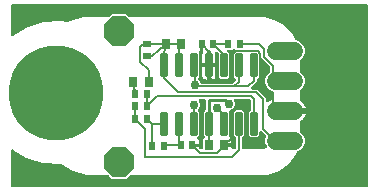
<source format=gbr>
G04 EAGLE Gerber RS-274X export*
G75*
%MOMM*%
%FSLAX34Y34*%
%LPD*%
%INTop Copper*%
%IPPOS*%
%AMOC8*
5,1,8,0,0,1.08239X$1,22.5*%
G01*
%ADD10C,0.300000*%
%ADD11R,0.600000X0.700000*%
%ADD12R,0.700000X0.600000*%
%ADD13R,0.700000X0.900000*%
%ADD14C,1.524000*%
%ADD15P,2.763017X8X112.500000*%
%ADD16C,8.000000*%
%ADD17P,2.763017X8X22.500000*%
%ADD18C,0.152400*%
%ADD19C,0.756400*%
%ADD20C,0.254000*%

G36*
X400168Y175276D02*
X400168Y175276D01*
X400287Y175283D01*
X400325Y175296D01*
X400366Y175301D01*
X400476Y175344D01*
X400589Y175381D01*
X400624Y175403D01*
X400661Y175418D01*
X400757Y175488D01*
X400858Y175551D01*
X400886Y175581D01*
X400919Y175604D01*
X400995Y175696D01*
X401076Y175783D01*
X401096Y175818D01*
X401121Y175849D01*
X401172Y175957D01*
X401230Y176061D01*
X401240Y176101D01*
X401257Y176137D01*
X401279Y176254D01*
X401309Y176369D01*
X401313Y176430D01*
X401317Y176450D01*
X401315Y176470D01*
X401319Y176530D01*
X401319Y328930D01*
X401304Y329048D01*
X401297Y329167D01*
X401284Y329205D01*
X401279Y329246D01*
X401236Y329356D01*
X401199Y329469D01*
X401177Y329504D01*
X401162Y329541D01*
X401093Y329637D01*
X401029Y329738D01*
X400999Y329766D01*
X400976Y329799D01*
X400884Y329875D01*
X400797Y329956D01*
X400762Y329976D01*
X400731Y330001D01*
X400623Y330052D01*
X400519Y330110D01*
X400479Y330120D01*
X400443Y330137D01*
X400326Y330159D01*
X400211Y330189D01*
X400151Y330193D01*
X400131Y330197D01*
X400110Y330195D01*
X400050Y330199D01*
X100330Y330199D01*
X100212Y330184D01*
X100093Y330177D01*
X100055Y330164D01*
X100014Y330159D01*
X99904Y330116D01*
X99791Y330079D01*
X99756Y330057D01*
X99719Y330042D01*
X99623Y329973D01*
X99522Y329909D01*
X99494Y329879D01*
X99461Y329856D01*
X99386Y329764D01*
X99304Y329677D01*
X99284Y329642D01*
X99259Y329611D01*
X99208Y329503D01*
X99150Y329399D01*
X99140Y329359D01*
X99123Y329323D01*
X99101Y329206D01*
X99071Y329091D01*
X99067Y329031D01*
X99063Y329011D01*
X99065Y328990D01*
X99061Y328930D01*
X99061Y304924D01*
X99085Y304734D01*
X99100Y304609D01*
X99101Y304609D01*
X99167Y304441D01*
X99217Y304313D01*
X99218Y304313D01*
X99346Y304136D01*
X99404Y304056D01*
X99538Y303945D01*
X99649Y303853D01*
X99777Y303793D01*
X99937Y303717D01*
X100073Y303691D01*
X100249Y303657D01*
X100249Y303658D01*
X100250Y303657D01*
X100412Y303668D01*
X100566Y303677D01*
X100567Y303677D01*
X100730Y303730D01*
X100869Y303775D01*
X100870Y303776D01*
X101010Y303852D01*
X111531Y310529D01*
X126023Y315238D01*
X141231Y316195D01*
X146798Y315133D01*
X146850Y315129D01*
X146902Y315117D01*
X147008Y315120D01*
X147115Y315113D01*
X147167Y315123D01*
X147220Y315124D01*
X147322Y315152D01*
X147428Y315172D01*
X147475Y315195D01*
X147526Y315209D01*
X147670Y315280D01*
X149409Y316284D01*
X160585Y319279D01*
X166354Y319279D01*
X166355Y319279D01*
X166356Y319279D01*
X180973Y319305D01*
X181070Y319317D01*
X181168Y319320D01*
X181227Y319337D01*
X181288Y319345D01*
X181379Y319381D01*
X181473Y319409D01*
X181526Y319440D01*
X181584Y319463D01*
X181663Y319520D01*
X181747Y319570D01*
X181825Y319638D01*
X181841Y319650D01*
X181848Y319659D01*
X181868Y319677D01*
X184328Y322136D01*
X196164Y322136D01*
X198591Y319710D01*
X198670Y319648D01*
X198743Y319580D01*
X198795Y319551D01*
X198842Y319515D01*
X198934Y319475D01*
X199022Y319427D01*
X199079Y319412D01*
X199134Y319388D01*
X199233Y319373D01*
X199330Y319348D01*
X199427Y319342D01*
X199448Y319339D01*
X199461Y319340D01*
X199491Y319338D01*
X306177Y319528D01*
X306186Y319530D01*
X306195Y319529D01*
X306224Y319533D01*
X308599Y319533D01*
X308600Y319533D01*
X308601Y319533D01*
X310958Y319537D01*
X311024Y319533D01*
X313225Y319533D01*
X322140Y317144D01*
X330133Y312529D01*
X336659Y306003D01*
X339773Y300609D01*
X339837Y300525D01*
X339894Y300436D01*
X339933Y300399D01*
X339965Y300356D01*
X340048Y300290D01*
X340125Y300218D01*
X340172Y300192D01*
X340215Y300158D01*
X340311Y300115D01*
X340404Y300064D01*
X340456Y300051D01*
X340505Y300029D01*
X340537Y300024D01*
X344016Y298583D01*
X346589Y296010D01*
X347981Y292649D01*
X347981Y289011D01*
X346589Y285650D01*
X344034Y283096D01*
X343974Y283018D01*
X343906Y282946D01*
X343877Y282893D01*
X343840Y282845D01*
X343800Y282754D01*
X343752Y282667D01*
X343737Y282608D01*
X343713Y282553D01*
X343698Y282455D01*
X343673Y282359D01*
X343667Y282259D01*
X343663Y282239D01*
X343665Y282226D01*
X343663Y282198D01*
X343663Y274062D01*
X343675Y273963D01*
X343678Y273864D01*
X343695Y273806D01*
X343703Y273746D01*
X343739Y273654D01*
X343767Y273559D01*
X343797Y273507D01*
X343820Y273450D01*
X343878Y273370D01*
X343928Y273285D01*
X343994Y273210D01*
X344006Y273193D01*
X344016Y273185D01*
X344034Y273164D01*
X346589Y270610D01*
X347981Y267249D01*
X347981Y263611D01*
X346589Y260250D01*
X344034Y257696D01*
X343974Y257618D01*
X343906Y257546D01*
X343877Y257493D01*
X343840Y257445D01*
X343800Y257354D01*
X343752Y257267D01*
X343737Y257208D01*
X343713Y257153D01*
X343698Y257055D01*
X343673Y256959D01*
X343667Y256859D01*
X343663Y256839D01*
X343665Y256826D01*
X343663Y256798D01*
X343663Y249729D01*
X343668Y249690D01*
X343665Y249651D01*
X343688Y249533D01*
X343703Y249414D01*
X343717Y249377D01*
X343724Y249338D01*
X343775Y249230D01*
X343820Y249118D01*
X343843Y249086D01*
X343860Y249050D01*
X343936Y248958D01*
X344006Y248861D01*
X344037Y248836D01*
X344062Y248805D01*
X344186Y248702D01*
X345455Y247780D01*
X346586Y246649D01*
X347526Y245355D01*
X348252Y243930D01*
X348695Y242569D01*
X344932Y242569D01*
X344814Y242554D01*
X344695Y242547D01*
X344657Y242534D01*
X344616Y242529D01*
X344506Y242486D01*
X344393Y242449D01*
X344358Y242427D01*
X344321Y242412D01*
X344225Y242342D01*
X344124Y242279D01*
X344096Y242249D01*
X344063Y242225D01*
X343987Y242134D01*
X343906Y242047D01*
X343886Y242012D01*
X343861Y241981D01*
X343810Y241873D01*
X343752Y241769D01*
X343742Y241729D01*
X343725Y241693D01*
X343703Y241576D01*
X343673Y241461D01*
X343669Y241400D01*
X343665Y241380D01*
X343667Y241360D01*
X343665Y241343D01*
X343665Y241342D01*
X343665Y241341D01*
X343663Y241300D01*
X343663Y238760D01*
X343678Y238642D01*
X343685Y238523D01*
X343698Y238485D01*
X343703Y238444D01*
X343746Y238334D01*
X343783Y238221D01*
X343805Y238186D01*
X343820Y238149D01*
X343889Y238053D01*
X343953Y237952D01*
X343983Y237924D01*
X344006Y237891D01*
X344098Y237816D01*
X344185Y237734D01*
X344220Y237714D01*
X344251Y237689D01*
X344359Y237638D01*
X344463Y237580D01*
X344503Y237570D01*
X344539Y237553D01*
X344656Y237531D01*
X344771Y237501D01*
X344831Y237497D01*
X344851Y237493D01*
X344872Y237495D01*
X344932Y237491D01*
X348695Y237491D01*
X348252Y236130D01*
X347526Y234705D01*
X346586Y233411D01*
X345455Y232280D01*
X344186Y231358D01*
X344157Y231331D01*
X344124Y231310D01*
X344041Y231222D01*
X343954Y231140D01*
X343933Y231107D01*
X343906Y231078D01*
X343848Y230973D01*
X343784Y230871D01*
X343771Y230834D01*
X343752Y230799D01*
X343722Y230683D01*
X343685Y230569D01*
X343683Y230530D01*
X343673Y230491D01*
X343663Y230331D01*
X343663Y223262D01*
X343675Y223163D01*
X343678Y223064D01*
X343695Y223006D01*
X343703Y222946D01*
X343739Y222854D01*
X343767Y222759D01*
X343797Y222707D01*
X343820Y222650D01*
X343878Y222570D01*
X343928Y222485D01*
X343994Y222410D01*
X344006Y222393D01*
X344016Y222385D01*
X344034Y222364D01*
X346589Y219810D01*
X347981Y216449D01*
X347981Y212811D01*
X346589Y209450D01*
X344016Y206877D01*
X341741Y205935D01*
X341612Y205862D01*
X341481Y205790D01*
X341474Y205783D01*
X341464Y205777D01*
X341358Y205674D01*
X341249Y205572D01*
X341244Y205563D01*
X341236Y205556D01*
X341158Y205429D01*
X341079Y205304D01*
X341073Y205291D01*
X341070Y205285D01*
X341065Y205271D01*
X341019Y205155D01*
X340480Y203496D01*
X334427Y195163D01*
X326094Y189110D01*
X316300Y185927D01*
X311171Y185927D01*
X311170Y185927D01*
X311169Y185927D01*
X200362Y185728D01*
X200265Y185715D01*
X200167Y185712D01*
X200107Y185695D01*
X200046Y185687D01*
X199955Y185651D01*
X199861Y185624D01*
X199808Y185593D01*
X199751Y185570D01*
X199672Y185512D01*
X199587Y185462D01*
X199510Y185394D01*
X199494Y185382D01*
X199486Y185373D01*
X199466Y185356D01*
X196672Y182562D01*
X184836Y182562D01*
X182076Y185321D01*
X181997Y185383D01*
X181924Y185451D01*
X181872Y185480D01*
X181825Y185516D01*
X181733Y185556D01*
X181645Y185604D01*
X181588Y185619D01*
X181533Y185643D01*
X181434Y185658D01*
X181337Y185683D01*
X181240Y185689D01*
X181219Y185692D01*
X181206Y185691D01*
X181176Y185693D01*
X172613Y185678D01*
X172605Y185677D01*
X172596Y185677D01*
X172566Y185673D01*
X170193Y185673D01*
X170192Y185673D01*
X170191Y185673D01*
X167833Y185669D01*
X167766Y185673D01*
X163893Y185673D01*
X151748Y188928D01*
X141773Y194687D01*
X141725Y194707D01*
X141680Y194735D01*
X141579Y194768D01*
X141480Y194810D01*
X141428Y194818D01*
X141378Y194834D01*
X141218Y194854D01*
X126023Y195810D01*
X111531Y200519D01*
X101011Y207195D01*
X101010Y207195D01*
X101010Y207196D01*
X100850Y207271D01*
X100723Y207331D01*
X100722Y207331D01*
X100546Y207365D01*
X100411Y207391D01*
X100410Y207391D01*
X100247Y207380D01*
X100093Y207371D01*
X99917Y207314D01*
X99791Y207273D01*
X99790Y207273D01*
X99647Y207182D01*
X99522Y207103D01*
X99522Y207102D01*
X99521Y207102D01*
X99418Y206992D01*
X99304Y206871D01*
X99209Y206699D01*
X99150Y206592D01*
X99102Y206403D01*
X99071Y206285D01*
X99071Y206284D01*
X99061Y206124D01*
X99061Y176530D01*
X99076Y176412D01*
X99083Y176293D01*
X99096Y176255D01*
X99101Y176214D01*
X99144Y176104D01*
X99181Y175991D01*
X99203Y175956D01*
X99218Y175919D01*
X99288Y175823D01*
X99351Y175722D01*
X99381Y175694D01*
X99404Y175661D01*
X99496Y175586D01*
X99583Y175504D01*
X99618Y175484D01*
X99649Y175459D01*
X99757Y175408D01*
X99861Y175350D01*
X99901Y175340D01*
X99937Y175323D01*
X100054Y175301D01*
X100169Y175271D01*
X100230Y175267D01*
X100250Y175263D01*
X100270Y175265D01*
X100330Y175261D01*
X400050Y175261D01*
X400168Y175276D01*
G37*
G36*
X280032Y207717D02*
X280032Y207717D01*
X280149Y207732D01*
X280267Y207739D01*
X280306Y207752D01*
X280348Y207757D01*
X280457Y207801D01*
X280569Y207837D01*
X280605Y207859D01*
X280643Y207875D01*
X280738Y207944D01*
X280838Y208007D01*
X280867Y208037D01*
X280900Y208062D01*
X280975Y208153D01*
X281056Y208239D01*
X281076Y208275D01*
X281103Y208307D01*
X281153Y208414D01*
X281210Y208517D01*
X281220Y208558D01*
X281238Y208595D01*
X281260Y208711D01*
X281289Y208825D01*
X281293Y208887D01*
X281297Y208908D01*
X281296Y208928D01*
X281299Y208986D01*
X281299Y209071D01*
X285591Y209071D01*
X285591Y208998D01*
X285606Y208879D01*
X285613Y208759D01*
X285626Y208722D01*
X285631Y208683D01*
X285675Y208571D01*
X285712Y208457D01*
X285733Y208424D01*
X285748Y208387D01*
X285818Y208290D01*
X285883Y208188D01*
X285911Y208162D01*
X285934Y208130D01*
X286027Y208053D01*
X286115Y207971D01*
X286149Y207952D01*
X286179Y207927D01*
X286288Y207876D01*
X286393Y207818D01*
X286432Y207808D01*
X286467Y207791D01*
X286585Y207769D01*
X286702Y207739D01*
X286760Y207735D01*
X286779Y207732D01*
X286800Y207733D01*
X286862Y207729D01*
X288546Y207732D01*
X288663Y207747D01*
X288781Y207754D01*
X288820Y207767D01*
X288862Y207772D01*
X288971Y207816D01*
X289083Y207852D01*
X289119Y207875D01*
X289157Y207890D01*
X289252Y207959D01*
X289352Y208023D01*
X289381Y208053D01*
X289414Y208077D01*
X289489Y208168D01*
X289570Y208254D01*
X289590Y208291D01*
X289617Y208323D01*
X289667Y208429D01*
X289724Y208533D01*
X289734Y208573D01*
X289752Y208611D01*
X289774Y208727D01*
X289803Y208841D01*
X289807Y208903D01*
X289811Y208923D01*
X289810Y208943D01*
X289813Y209001D01*
X289813Y216883D01*
X289801Y216982D01*
X289798Y217081D01*
X289781Y217139D01*
X289773Y217199D01*
X289737Y217291D01*
X289709Y217386D01*
X289679Y217438D01*
X289656Y217495D01*
X289598Y217575D01*
X289548Y217660D01*
X289482Y217735D01*
X289470Y217752D01*
X289460Y217760D01*
X289442Y217781D01*
X287575Y219647D01*
X287575Y238853D01*
X289347Y240625D01*
X294853Y240625D01*
X296625Y238853D01*
X296625Y219647D01*
X294758Y217781D01*
X294698Y217703D01*
X294630Y217631D01*
X294601Y217578D01*
X294564Y217530D01*
X294524Y217439D01*
X294476Y217352D01*
X294461Y217293D01*
X294437Y217238D01*
X294422Y217140D01*
X294397Y217044D01*
X294391Y216944D01*
X294387Y216924D01*
X294389Y216911D01*
X294387Y216883D01*
X294387Y209014D01*
X294402Y208895D01*
X294409Y208775D01*
X294422Y208738D01*
X294427Y208699D01*
X294471Y208587D01*
X294508Y208473D01*
X294529Y208439D01*
X294544Y208403D01*
X294614Y208306D01*
X294679Y208204D01*
X294707Y208177D01*
X294730Y208146D01*
X294823Y208069D01*
X294911Y207987D01*
X294945Y207968D01*
X294975Y207943D01*
X295084Y207892D01*
X295189Y207834D01*
X295228Y207824D01*
X295263Y207807D01*
X295381Y207785D01*
X295498Y207755D01*
X295556Y207751D01*
X295575Y207747D01*
X295596Y207749D01*
X295658Y207745D01*
X308717Y207768D01*
X308725Y207769D01*
X308734Y207769D01*
X308764Y207773D01*
X311150Y207773D01*
X311172Y207775D01*
X311250Y207777D01*
X312720Y207892D01*
X312788Y207906D01*
X312856Y207911D01*
X313012Y207951D01*
X314749Y208515D01*
X314758Y208519D01*
X314767Y208521D01*
X314903Y208587D01*
X315037Y208650D01*
X315044Y208656D01*
X315053Y208661D01*
X315167Y208758D01*
X315282Y208853D01*
X315288Y208861D01*
X315295Y208867D01*
X315381Y208989D01*
X315469Y209110D01*
X315473Y209119D01*
X315478Y209127D01*
X315531Y209266D01*
X315586Y209406D01*
X315587Y209415D01*
X315591Y209424D01*
X315607Y209573D01*
X315626Y209721D01*
X315625Y209731D01*
X315626Y209740D01*
X315605Y209888D01*
X315587Y210037D01*
X315583Y210046D01*
X315582Y210055D01*
X315530Y210208D01*
X314451Y212811D01*
X314451Y216449D01*
X315028Y217840D01*
X315035Y217869D01*
X315049Y217895D01*
X315077Y218022D01*
X315112Y218147D01*
X315112Y218177D01*
X315118Y218205D01*
X315115Y218335D01*
X315117Y218465D01*
X315110Y218494D01*
X315109Y218523D01*
X315073Y218648D01*
X315042Y218774D01*
X315029Y218801D01*
X315020Y218829D01*
X314955Y218940D01*
X314894Y219055D01*
X314874Y219077D01*
X314859Y219103D01*
X314752Y219224D01*
X311845Y222131D01*
X311492Y222485D01*
X311382Y222570D01*
X311275Y222658D01*
X311256Y222667D01*
X311240Y222680D01*
X311113Y222735D01*
X310987Y222794D01*
X310967Y222798D01*
X310948Y222806D01*
X310811Y222828D01*
X310674Y222854D01*
X310654Y222853D01*
X310634Y222856D01*
X310496Y222843D01*
X310357Y222834D01*
X310338Y222828D01*
X310318Y222826D01*
X310186Y222779D01*
X310055Y222736D01*
X310038Y222725D01*
X310018Y222718D01*
X309903Y222640D01*
X309786Y222566D01*
X309772Y222551D01*
X309755Y222540D01*
X309663Y222436D01*
X309568Y222334D01*
X309558Y222317D01*
X309545Y222301D01*
X309481Y222177D01*
X309414Y222056D01*
X309409Y222036D01*
X309400Y222018D01*
X309370Y221882D01*
X309335Y221748D01*
X309333Y221720D01*
X309330Y221708D01*
X309331Y221687D01*
X309325Y221587D01*
X309325Y219647D01*
X307553Y217875D01*
X302047Y217875D01*
X300275Y219647D01*
X300275Y238853D01*
X302142Y240719D01*
X302202Y240797D01*
X302270Y240869D01*
X302299Y240922D01*
X302336Y240970D01*
X302376Y241061D01*
X302424Y241148D01*
X302439Y241207D01*
X302463Y241262D01*
X302478Y241360D01*
X302503Y241456D01*
X302509Y241556D01*
X302513Y241576D01*
X302511Y241589D01*
X302513Y241617D01*
X302513Y248717D01*
X302501Y248815D01*
X302498Y248914D01*
X302481Y248972D01*
X302473Y249033D01*
X302437Y249125D01*
X302409Y249220D01*
X302379Y249272D01*
X302356Y249328D01*
X302298Y249408D01*
X302248Y249494D01*
X302182Y249569D01*
X302170Y249586D01*
X302160Y249593D01*
X302142Y249615D01*
X301685Y250072D01*
X301606Y250132D01*
X301534Y250200D01*
X301481Y250229D01*
X301433Y250266D01*
X301342Y250306D01*
X301256Y250354D01*
X301197Y250369D01*
X301141Y250393D01*
X301043Y250408D01*
X300948Y250433D01*
X300848Y250439D01*
X300827Y250443D01*
X300815Y250441D01*
X300787Y250443D01*
X289214Y250443D01*
X289165Y250437D01*
X289115Y250439D01*
X289008Y250417D01*
X288899Y250403D01*
X288852Y250385D01*
X288804Y250375D01*
X288705Y250327D01*
X288603Y250286D01*
X288563Y250257D01*
X288518Y250235D01*
X288434Y250164D01*
X288345Y250100D01*
X288314Y250061D01*
X288276Y250029D01*
X288213Y249939D01*
X288143Y249855D01*
X288121Y249810D01*
X288093Y249769D01*
X288054Y249666D01*
X288007Y249567D01*
X287998Y249518D01*
X287980Y249472D01*
X287968Y249362D01*
X287947Y249255D01*
X287950Y249205D01*
X287945Y249156D01*
X287960Y249047D01*
X287967Y248937D01*
X287982Y248890D01*
X287989Y248841D01*
X288041Y248688D01*
X288771Y246928D01*
X288771Y244816D01*
X287963Y242866D01*
X286470Y241373D01*
X284643Y240616D01*
X284600Y240592D01*
X284553Y240575D01*
X284462Y240513D01*
X284367Y240459D01*
X284331Y240424D01*
X284290Y240396D01*
X284217Y240314D01*
X284138Y240238D01*
X284112Y240195D01*
X284079Y240158D01*
X284030Y240060D01*
X283972Y239966D01*
X283957Y239919D01*
X283935Y239874D01*
X283911Y239767D01*
X283879Y239663D01*
X283876Y239613D01*
X283865Y239564D01*
X283869Y239455D01*
X283863Y239345D01*
X283873Y239296D01*
X283875Y239246D01*
X283905Y239141D01*
X283925Y239048D01*
X283925Y219647D01*
X283891Y219613D01*
X283814Y219514D01*
X283732Y219419D01*
X283717Y219389D01*
X283696Y219362D01*
X283646Y219247D01*
X283590Y219134D01*
X283583Y219101D01*
X283570Y219070D01*
X283550Y218946D01*
X283524Y218823D01*
X283525Y218789D01*
X283520Y218756D01*
X283532Y218631D01*
X283537Y218505D01*
X283546Y218473D01*
X283550Y218439D01*
X283592Y218321D01*
X283628Y218201D01*
X283646Y218172D01*
X283657Y218140D01*
X283728Y218036D01*
X283793Y217928D01*
X283817Y217905D01*
X283836Y217877D01*
X283930Y217794D01*
X284020Y217706D01*
X284060Y217679D01*
X284074Y217667D01*
X284093Y217657D01*
X284154Y217617D01*
X284610Y217353D01*
X285083Y216880D01*
X285418Y216301D01*
X285591Y215654D01*
X285591Y212569D01*
X280030Y212569D01*
X279912Y212554D01*
X279793Y212547D01*
X279755Y212534D01*
X279715Y212529D01*
X279604Y212486D01*
X279491Y212449D01*
X279457Y212427D01*
X279419Y212412D01*
X279323Y212343D01*
X279222Y212279D01*
X279194Y212249D01*
X279162Y212226D01*
X279086Y212134D01*
X279004Y212047D01*
X278985Y212012D01*
X278959Y211981D01*
X278908Y211873D01*
X278851Y211769D01*
X278841Y211729D01*
X278823Y211693D01*
X278801Y211576D01*
X278795Y211574D01*
X278754Y211569D01*
X278644Y211525D01*
X278531Y211489D01*
X278496Y211467D01*
X278459Y211452D01*
X278362Y211382D01*
X278262Y211319D01*
X278234Y211289D01*
X278201Y211265D01*
X278125Y211174D01*
X278044Y211087D01*
X278024Y211052D01*
X277999Y211020D01*
X277948Y210913D01*
X277890Y210808D01*
X277880Y210769D01*
X277863Y210733D01*
X277841Y210616D01*
X277811Y210500D01*
X277807Y210440D01*
X277803Y210420D01*
X277805Y210400D01*
X277801Y210340D01*
X277801Y208984D01*
X277816Y208865D01*
X277823Y208745D01*
X277836Y208708D01*
X277841Y208669D01*
X277885Y208557D01*
X277922Y208443D01*
X277943Y208410D01*
X277958Y208373D01*
X278028Y208276D01*
X278093Y208174D01*
X278121Y208147D01*
X278144Y208116D01*
X278237Y208039D01*
X278325Y207957D01*
X278359Y207938D01*
X278389Y207913D01*
X278498Y207862D01*
X278603Y207804D01*
X278642Y207794D01*
X278677Y207777D01*
X278795Y207755D01*
X278912Y207725D01*
X278970Y207721D01*
X278989Y207718D01*
X279010Y207719D01*
X279072Y207715D01*
X280032Y207717D01*
G37*
G36*
X286661Y263157D02*
X286661Y263157D01*
X286760Y263160D01*
X286818Y263177D01*
X286879Y263185D01*
X286971Y263221D01*
X287066Y263249D01*
X287118Y263279D01*
X287174Y263302D01*
X287254Y263360D01*
X287340Y263410D01*
X287415Y263476D01*
X287432Y263488D01*
X287439Y263498D01*
X287461Y263516D01*
X289436Y265492D01*
X289509Y265586D01*
X289587Y265675D01*
X289606Y265711D01*
X289631Y265743D01*
X289678Y265852D01*
X289732Y265958D01*
X289741Y265998D01*
X289757Y266035D01*
X289776Y266153D01*
X289802Y266269D01*
X289801Y266309D01*
X289807Y266349D01*
X289796Y266468D01*
X289792Y266586D01*
X289781Y266625D01*
X289777Y266666D01*
X289737Y266778D01*
X289704Y266892D01*
X289683Y266927D01*
X289669Y266965D01*
X289602Y267063D01*
X289542Y267166D01*
X289502Y267211D01*
X289491Y267228D01*
X289476Y267241D01*
X289436Y267287D01*
X287575Y269147D01*
X287575Y288353D01*
X289240Y290017D01*
X289313Y290111D01*
X289391Y290200D01*
X289410Y290236D01*
X289434Y290268D01*
X289482Y290378D01*
X289536Y290484D01*
X289545Y290523D01*
X289561Y290560D01*
X289580Y290678D01*
X289606Y290794D01*
X289604Y290834D01*
X289611Y290874D01*
X289600Y290993D01*
X289596Y291112D01*
X289585Y291151D01*
X289581Y291191D01*
X289541Y291303D01*
X289507Y291417D01*
X289487Y291452D01*
X289473Y291490D01*
X289406Y291589D01*
X289346Y291691D01*
X289306Y291737D01*
X289295Y291753D01*
X289279Y291767D01*
X289240Y291812D01*
X288679Y292372D01*
X288585Y292445D01*
X288496Y292524D01*
X288460Y292542D01*
X288428Y292567D01*
X288319Y292615D01*
X288213Y292669D01*
X288174Y292677D01*
X288136Y292693D01*
X288019Y292712D01*
X287903Y292738D01*
X287862Y292737D01*
X287822Y292743D01*
X287704Y292732D01*
X287585Y292729D01*
X287546Y292717D01*
X287506Y292714D01*
X287394Y292673D01*
X287279Y292640D01*
X287244Y292620D01*
X287206Y292606D01*
X287108Y292539D01*
X287005Y292479D01*
X286960Y292439D01*
X286943Y292427D01*
X286930Y292412D01*
X286884Y292372D01*
X286414Y291901D01*
X283441Y291901D01*
X283303Y291884D01*
X283164Y291871D01*
X283145Y291864D01*
X283125Y291861D01*
X282996Y291810D01*
X282865Y291763D01*
X282848Y291752D01*
X282829Y291744D01*
X282717Y291663D01*
X282602Y291585D01*
X282588Y291569D01*
X282572Y291558D01*
X282483Y291450D01*
X282391Y291346D01*
X282382Y291328D01*
X282369Y291313D01*
X282310Y291187D01*
X282247Y291063D01*
X282242Y291043D01*
X282234Y291025D01*
X282208Y290888D01*
X282177Y290753D01*
X282178Y290732D01*
X282174Y290713D01*
X282183Y290574D01*
X282187Y290435D01*
X282192Y290415D01*
X282194Y290395D01*
X282236Y290263D01*
X282275Y290129D01*
X282285Y290112D01*
X282292Y290093D01*
X282366Y289975D01*
X282437Y289855D01*
X282455Y289834D01*
X282462Y289824D01*
X282477Y289810D01*
X282543Y289735D01*
X283925Y288353D01*
X283925Y269147D01*
X282153Y267375D01*
X276647Y267375D01*
X274875Y269147D01*
X274875Y288467D01*
X274863Y288565D01*
X274860Y288664D01*
X274843Y288722D01*
X274835Y288783D01*
X274799Y288875D01*
X274771Y288970D01*
X274741Y289022D01*
X274718Y289078D01*
X274660Y289158D01*
X274610Y289244D01*
X274544Y289319D01*
X274532Y289336D01*
X274522Y289343D01*
X274504Y289365D01*
X274128Y289740D01*
X274013Y289830D01*
X273899Y289921D01*
X273887Y289927D01*
X273877Y289935D01*
X273743Y289993D01*
X273610Y290054D01*
X273597Y290056D01*
X273585Y290062D01*
X273442Y290084D01*
X273297Y290110D01*
X273284Y290109D01*
X273271Y290111D01*
X273126Y290098D01*
X272980Y290087D01*
X272967Y290083D01*
X272954Y290082D01*
X272817Y290032D01*
X272679Y289986D01*
X272667Y289979D01*
X272655Y289974D01*
X272534Y289892D01*
X272412Y289813D01*
X272403Y289803D01*
X272392Y289795D01*
X272295Y289686D01*
X272196Y289579D01*
X272190Y289567D01*
X272181Y289557D01*
X272115Y289427D01*
X272046Y289299D01*
X272043Y289286D01*
X272036Y289274D01*
X272004Y289131D01*
X271970Y288990D01*
X271970Y288977D01*
X271967Y288963D01*
X271971Y288817D01*
X271973Y288672D01*
X271976Y288654D01*
X271976Y288646D01*
X271981Y288629D01*
X272004Y288514D01*
X272241Y287632D01*
X272241Y280249D01*
X268199Y280249D01*
X268199Y290378D01*
X268184Y290496D01*
X268177Y290615D01*
X268164Y290653D01*
X268159Y290694D01*
X268116Y290804D01*
X268079Y290917D01*
X268057Y290952D01*
X268042Y290989D01*
X267973Y291085D01*
X267909Y291186D01*
X267879Y291214D01*
X267856Y291247D01*
X267764Y291323D01*
X267677Y291404D01*
X267642Y291424D01*
X267611Y291449D01*
X267503Y291500D01*
X267399Y291558D01*
X267359Y291568D01*
X267323Y291585D01*
X267206Y291607D01*
X267091Y291637D01*
X267031Y291641D01*
X267011Y291645D01*
X266990Y291643D01*
X266930Y291647D01*
X266470Y291647D01*
X266352Y291632D01*
X266233Y291625D01*
X266195Y291612D01*
X266154Y291607D01*
X266044Y291564D01*
X265931Y291527D01*
X265896Y291505D01*
X265859Y291490D01*
X265762Y291421D01*
X265662Y291357D01*
X265634Y291327D01*
X265601Y291304D01*
X265525Y291212D01*
X265444Y291125D01*
X265424Y291090D01*
X265399Y291059D01*
X265348Y290951D01*
X265290Y290847D01*
X265280Y290807D01*
X265263Y290771D01*
X265241Y290654D01*
X265211Y290539D01*
X265207Y290479D01*
X265203Y290459D01*
X265205Y290438D01*
X265201Y290378D01*
X265201Y280249D01*
X261159Y280249D01*
X261159Y287632D01*
X261435Y288660D01*
X261759Y289222D01*
X261795Y289307D01*
X261840Y289388D01*
X261856Y289453D01*
X261882Y289515D01*
X261896Y289606D01*
X261919Y289696D01*
X261926Y289813D01*
X261929Y289830D01*
X261928Y289838D01*
X261929Y289856D01*
X261929Y296332D01*
X261914Y296452D01*
X261907Y296572D01*
X261894Y296609D01*
X261889Y296648D01*
X261845Y296760D01*
X261808Y296874D01*
X261787Y296907D01*
X261772Y296944D01*
X261702Y297041D01*
X261637Y297142D01*
X261609Y297169D01*
X261586Y297201D01*
X261493Y297278D01*
X261405Y297360D01*
X261371Y297379D01*
X261341Y297404D01*
X261232Y297455D01*
X261126Y297513D01*
X261088Y297523D01*
X261053Y297539D01*
X260935Y297562D01*
X260818Y297592D01*
X260760Y297595D01*
X260741Y297599D01*
X260720Y297598D01*
X260658Y297602D01*
X260198Y297601D01*
X260081Y297586D01*
X259963Y297578D01*
X259923Y297566D01*
X259882Y297560D01*
X259773Y297517D01*
X259661Y297480D01*
X259625Y297458D01*
X259587Y297443D01*
X259491Y297373D01*
X259392Y297310D01*
X259363Y297280D01*
X259330Y297255D01*
X259255Y297165D01*
X259174Y297079D01*
X259154Y297042D01*
X259127Y297010D01*
X259077Y296903D01*
X259020Y296800D01*
X259010Y296760D01*
X258992Y296722D01*
X258970Y296606D01*
X258941Y296492D01*
X258937Y296430D01*
X258933Y296410D01*
X258934Y296390D01*
X258931Y296332D01*
X258931Y290566D01*
X258866Y290540D01*
X258735Y290493D01*
X258718Y290482D01*
X258699Y290474D01*
X258587Y290393D01*
X258472Y290315D01*
X258458Y290299D01*
X258442Y290288D01*
X258353Y290180D01*
X258261Y290076D01*
X258252Y290058D01*
X258239Y290043D01*
X258180Y289917D01*
X258117Y289793D01*
X258112Y289773D01*
X258104Y289755D01*
X258078Y289619D01*
X258047Y289483D01*
X258048Y289462D01*
X258044Y289442D01*
X258053Y289304D01*
X258057Y289165D01*
X258062Y289145D01*
X258064Y289125D01*
X258106Y288993D01*
X258145Y288859D01*
X258155Y288842D01*
X258162Y288823D01*
X258236Y288705D01*
X258307Y288585D01*
X258325Y288564D01*
X258332Y288554D01*
X258347Y288540D01*
X258413Y288464D01*
X258525Y288353D01*
X258525Y269147D01*
X257657Y268279D01*
X257584Y268185D01*
X257505Y268096D01*
X257487Y268060D01*
X257462Y268028D01*
X257415Y267919D01*
X257360Y267813D01*
X257352Y267773D01*
X257335Y267736D01*
X257317Y267618D01*
X257291Y267502D01*
X257292Y267462D01*
X257286Y267422D01*
X257297Y267303D01*
X257300Y267184D01*
X257312Y267146D01*
X257315Y267105D01*
X257356Y266993D01*
X257389Y266879D01*
X257409Y266844D01*
X257423Y266806D01*
X257490Y266708D01*
X257550Y266605D01*
X257590Y266560D01*
X257602Y266543D01*
X257617Y266529D01*
X257657Y266484D01*
X259007Y265134D01*
X259506Y263928D01*
X259521Y263903D01*
X259530Y263875D01*
X259599Y263765D01*
X259664Y263652D01*
X259684Y263631D01*
X259700Y263606D01*
X259795Y263517D01*
X259885Y263424D01*
X259910Y263408D01*
X259932Y263388D01*
X260045Y263325D01*
X260156Y263257D01*
X260184Y263249D01*
X260210Y263234D01*
X260336Y263202D01*
X260460Y263164D01*
X260490Y263162D01*
X260518Y263155D01*
X260679Y263145D01*
X286563Y263145D01*
X286661Y263157D01*
G37*
G36*
X316034Y247316D02*
X316034Y247316D01*
X316173Y247321D01*
X316193Y247326D01*
X316213Y247327D01*
X316345Y247370D01*
X316479Y247409D01*
X316496Y247419D01*
X316515Y247425D01*
X316633Y247500D01*
X316753Y247571D01*
X316774Y247589D01*
X316784Y247596D01*
X316798Y247611D01*
X316874Y247677D01*
X316977Y247780D01*
X318271Y248720D01*
X319696Y249446D01*
X320940Y249851D01*
X321012Y249885D01*
X321087Y249909D01*
X321155Y249952D01*
X321228Y249986D01*
X321289Y250037D01*
X321356Y250079D01*
X321411Y250138D01*
X321473Y250189D01*
X321520Y250253D01*
X321574Y250311D01*
X321613Y250381D01*
X321660Y250446D01*
X321689Y250520D01*
X321728Y250589D01*
X321748Y250667D01*
X321777Y250742D01*
X321787Y250820D01*
X321807Y250897D01*
X321817Y251057D01*
X321817Y251058D01*
X321817Y255421D01*
X321814Y255450D01*
X321816Y255479D01*
X321794Y255607D01*
X321777Y255736D01*
X321767Y255763D01*
X321762Y255793D01*
X321708Y255911D01*
X321660Y256032D01*
X321643Y256056D01*
X321631Y256083D01*
X321550Y256184D01*
X321474Y256289D01*
X321451Y256308D01*
X321432Y256331D01*
X321329Y256409D01*
X321229Y256492D01*
X321202Y256504D01*
X321178Y256522D01*
X321034Y256593D01*
X318416Y257677D01*
X315843Y260250D01*
X314451Y263611D01*
X314451Y267249D01*
X315843Y270610D01*
X318398Y273164D01*
X318458Y273242D01*
X318526Y273314D01*
X318555Y273367D01*
X318592Y273415D01*
X318632Y273506D01*
X318680Y273593D01*
X318695Y273652D01*
X318719Y273707D01*
X318734Y273805D01*
X318759Y273901D01*
X318765Y274001D01*
X318769Y274021D01*
X318767Y274034D01*
X318769Y274062D01*
X318769Y276657D01*
X318757Y276755D01*
X318754Y276854D01*
X318737Y276912D01*
X318729Y276973D01*
X318693Y277065D01*
X318665Y277160D01*
X318635Y277212D01*
X318612Y277268D01*
X318554Y277348D01*
X318504Y277434D01*
X318438Y277509D01*
X318426Y277526D01*
X318416Y277533D01*
X318398Y277555D01*
X311491Y284461D01*
X311382Y284546D01*
X311275Y284634D01*
X311256Y284643D01*
X311240Y284656D01*
X311112Y284711D01*
X310987Y284770D01*
X310967Y284774D01*
X310948Y284782D01*
X310810Y284804D01*
X310674Y284830D01*
X310654Y284829D01*
X310634Y284832D01*
X310495Y284819D01*
X310357Y284810D01*
X310338Y284804D01*
X310318Y284802D01*
X310186Y284755D01*
X310055Y284712D01*
X310037Y284701D01*
X310018Y284694D01*
X309903Y284616D01*
X309786Y284542D01*
X309772Y284527D01*
X309755Y284516D01*
X309663Y284411D01*
X309568Y284310D01*
X309558Y284293D01*
X309545Y284277D01*
X309481Y284153D01*
X309414Y284032D01*
X309409Y284012D01*
X309400Y283994D01*
X309370Y283858D01*
X309335Y283724D01*
X309333Y283696D01*
X309330Y283684D01*
X309331Y283663D01*
X309325Y283563D01*
X309325Y269147D01*
X307458Y267281D01*
X307398Y267203D01*
X307330Y267131D01*
X307301Y267078D01*
X307264Y267030D01*
X307224Y266939D01*
X307176Y266852D01*
X307161Y266793D01*
X307137Y266738D01*
X307122Y266640D01*
X307097Y266544D01*
X307091Y266444D01*
X307087Y266424D01*
X307089Y266411D01*
X307087Y266383D01*
X307087Y264737D01*
X302632Y260283D01*
X302582Y260232D01*
X302496Y260122D01*
X302408Y260015D01*
X302399Y259996D01*
X302387Y259981D01*
X302331Y259853D01*
X302272Y259727D01*
X302268Y259707D01*
X302260Y259689D01*
X302238Y259551D01*
X302212Y259414D01*
X302213Y259394D01*
X302210Y259375D01*
X302223Y259236D01*
X302232Y259097D01*
X302238Y259078D01*
X302240Y259058D01*
X302287Y258927D01*
X302330Y258795D01*
X302341Y258778D01*
X302347Y258759D01*
X302426Y258643D01*
X302500Y258526D01*
X302515Y258512D01*
X302526Y258496D01*
X302630Y258403D01*
X302732Y258308D01*
X302749Y258298D01*
X302764Y258285D01*
X302889Y258222D01*
X303010Y258154D01*
X303030Y258149D01*
X303048Y258140D01*
X303184Y258110D01*
X303318Y258075D01*
X303346Y258073D01*
X303358Y258071D01*
X303378Y258071D01*
X303479Y258065D01*
X307779Y258065D01*
X314707Y251137D01*
X314707Y248574D01*
X314724Y248437D01*
X314737Y248298D01*
X314744Y248279D01*
X314747Y248259D01*
X314798Y248130D01*
X314845Y247999D01*
X314856Y247982D01*
X314864Y247963D01*
X314945Y247850D01*
X315023Y247736D01*
X315039Y247722D01*
X315050Y247706D01*
X315158Y247617D01*
X315262Y247525D01*
X315280Y247516D01*
X315295Y247503D01*
X315421Y247444D01*
X315545Y247381D01*
X315565Y247376D01*
X315583Y247367D01*
X315720Y247341D01*
X315855Y247311D01*
X315876Y247312D01*
X315895Y247308D01*
X316034Y247316D01*
G37*
G36*
X260258Y207681D02*
X260258Y207681D01*
X260375Y207696D01*
X260493Y207703D01*
X260532Y207716D01*
X260574Y207721D01*
X260684Y207765D01*
X260795Y207801D01*
X260831Y207824D01*
X260869Y207839D01*
X260965Y207908D01*
X261064Y207972D01*
X261093Y208002D01*
X261126Y208026D01*
X261201Y208117D01*
X261282Y208203D01*
X261302Y208240D01*
X261329Y208272D01*
X261379Y208378D01*
X261436Y208482D01*
X261446Y208522D01*
X261464Y208560D01*
X261486Y208676D01*
X261515Y208790D01*
X261519Y208852D01*
X261523Y208872D01*
X261522Y208892D01*
X261525Y208950D01*
X261525Y215952D01*
X262699Y217125D01*
X262752Y217161D01*
X262766Y217177D01*
X262782Y217188D01*
X262871Y217296D01*
X262963Y217400D01*
X262972Y217418D01*
X262985Y217433D01*
X263044Y217559D01*
X263107Y217683D01*
X263112Y217703D01*
X263120Y217721D01*
X263146Y217858D01*
X263177Y217993D01*
X263176Y218014D01*
X263180Y218033D01*
X263172Y218172D01*
X263167Y218311D01*
X263162Y218331D01*
X263160Y218351D01*
X263118Y218483D01*
X263079Y218617D01*
X263069Y218634D01*
X263062Y218653D01*
X262988Y218771D01*
X262917Y218891D01*
X262899Y218912D01*
X262892Y218922D01*
X262877Y218936D01*
X262811Y219011D01*
X262175Y219647D01*
X262175Y238853D01*
X263534Y240211D01*
X263594Y240289D01*
X263662Y240362D01*
X263691Y240415D01*
X263728Y240462D01*
X263768Y240553D01*
X263816Y240640D01*
X263831Y240699D01*
X263855Y240754D01*
X263870Y240852D01*
X263895Y240948D01*
X263901Y241048D01*
X263905Y241068D01*
X263903Y241081D01*
X263905Y241109D01*
X263905Y249174D01*
X263890Y249292D01*
X263883Y249411D01*
X263870Y249449D01*
X263865Y249490D01*
X263822Y249600D01*
X263785Y249713D01*
X263763Y249748D01*
X263748Y249785D01*
X263679Y249881D01*
X263615Y249982D01*
X263585Y250010D01*
X263562Y250043D01*
X263470Y250119D01*
X263383Y250200D01*
X263348Y250220D01*
X263317Y250245D01*
X263209Y250296D01*
X263105Y250354D01*
X263065Y250364D01*
X263029Y250381D01*
X262912Y250403D01*
X262797Y250433D01*
X262737Y250437D01*
X262717Y250441D01*
X262696Y250439D01*
X262636Y250443D01*
X259236Y250443D01*
X259098Y250426D01*
X258959Y250413D01*
X258940Y250406D01*
X258920Y250403D01*
X258791Y250352D01*
X258660Y250305D01*
X258643Y250294D01*
X258625Y250286D01*
X258512Y250205D01*
X258397Y250127D01*
X258384Y250111D01*
X258367Y250100D01*
X258279Y249992D01*
X258187Y249888D01*
X258177Y249870D01*
X258164Y249855D01*
X258105Y249729D01*
X258042Y249605D01*
X258037Y249585D01*
X258029Y249567D01*
X258003Y249431D01*
X257972Y249295D01*
X257973Y249274D01*
X257969Y249255D01*
X257978Y249116D01*
X257982Y248977D01*
X257988Y248957D01*
X257989Y248937D01*
X258032Y248805D01*
X258070Y248671D01*
X258081Y248654D01*
X258087Y248635D01*
X258161Y248517D01*
X258232Y248397D01*
X258251Y248376D01*
X258257Y248366D01*
X258272Y248352D01*
X258338Y248276D01*
X258499Y248116D01*
X259307Y246166D01*
X259307Y244054D01*
X258499Y242104D01*
X257784Y241389D01*
X257711Y241295D01*
X257632Y241206D01*
X257614Y241170D01*
X257589Y241138D01*
X257541Y241028D01*
X257487Y240922D01*
X257479Y240883D01*
X257462Y240846D01*
X257444Y240728D01*
X257418Y240612D01*
X257419Y240572D01*
X257413Y240532D01*
X257424Y240413D01*
X257427Y240294D01*
X257439Y240255D01*
X257442Y240215D01*
X257483Y240103D01*
X257516Y239989D01*
X257536Y239954D01*
X257550Y239916D01*
X257617Y239817D01*
X257677Y239715D01*
X257717Y239669D01*
X257729Y239653D01*
X257744Y239639D01*
X257784Y239594D01*
X258525Y238853D01*
X258525Y219647D01*
X257118Y218240D01*
X257045Y218146D01*
X256966Y218057D01*
X256948Y218021D01*
X256923Y217989D01*
X256876Y217880D01*
X256822Y217774D01*
X256813Y217734D01*
X256797Y217697D01*
X256778Y217579D01*
X256752Y217463D01*
X256753Y217423D01*
X256747Y217383D01*
X256758Y217264D01*
X256762Y217146D01*
X256773Y217107D01*
X256777Y217066D01*
X256817Y216954D01*
X256850Y216840D01*
X256870Y216805D01*
X256884Y216767D01*
X256951Y216669D01*
X257011Y216566D01*
X257051Y216521D01*
X257063Y216504D01*
X257078Y216491D01*
X257118Y216445D01*
X257683Y215880D01*
X258018Y215301D01*
X258191Y214654D01*
X258191Y212319D01*
X252880Y212319D01*
X252762Y212304D01*
X252643Y212297D01*
X252605Y212284D01*
X252565Y212279D01*
X252454Y212236D01*
X252341Y212199D01*
X252307Y212177D01*
X252269Y212162D01*
X252173Y212093D01*
X252072Y212029D01*
X252044Y211999D01*
X252012Y211976D01*
X251936Y211884D01*
X251854Y211797D01*
X251835Y211762D01*
X251809Y211731D01*
X251758Y211623D01*
X251701Y211519D01*
X251691Y211479D01*
X251673Y211443D01*
X251651Y211326D01*
X251621Y211211D01*
X251617Y211151D01*
X251614Y211131D01*
X251615Y211110D01*
X251611Y211050D01*
X251611Y210590D01*
X251626Y210472D01*
X251633Y210353D01*
X251646Y210315D01*
X251651Y210274D01*
X251695Y210164D01*
X251731Y210051D01*
X251753Y210016D01*
X251768Y209979D01*
X251838Y209882D01*
X251901Y209782D01*
X251931Y209754D01*
X251955Y209721D01*
X252046Y209645D01*
X252133Y209564D01*
X252168Y209544D01*
X252200Y209519D01*
X252307Y209468D01*
X252412Y209410D01*
X252451Y209400D01*
X252487Y209383D01*
X252604Y209361D01*
X252720Y209331D01*
X252780Y209327D01*
X252800Y209323D01*
X252820Y209325D01*
X252880Y209321D01*
X258191Y209321D01*
X258191Y208949D01*
X258206Y208830D01*
X258213Y208710D01*
X258226Y208672D01*
X258231Y208633D01*
X258275Y208522D01*
X258312Y208407D01*
X258333Y208374D01*
X258348Y208338D01*
X258418Y208240D01*
X258483Y208139D01*
X258511Y208112D01*
X258534Y208080D01*
X258627Y208004D01*
X258715Y207921D01*
X258749Y207903D01*
X258779Y207877D01*
X258888Y207826D01*
X258993Y207768D01*
X259032Y207759D01*
X259067Y207742D01*
X259185Y207719D01*
X259302Y207690D01*
X259360Y207686D01*
X259379Y207682D01*
X259400Y207683D01*
X259462Y207680D01*
X260258Y207681D01*
G37*
%LPC*%
G36*
X268199Y266359D02*
X268199Y266359D01*
X268199Y277251D01*
X272241Y277251D01*
X272241Y269868D01*
X271965Y268840D01*
X271433Y267919D01*
X270681Y267167D01*
X269760Y266635D01*
X268732Y266359D01*
X268199Y266359D01*
G37*
%LPD*%
%LPC*%
G36*
X264668Y266359D02*
X264668Y266359D01*
X263640Y266635D01*
X262719Y267167D01*
X261967Y267919D01*
X261435Y268840D01*
X261159Y269868D01*
X261159Y277251D01*
X265201Y277251D01*
X265201Y266359D01*
X264668Y266359D01*
G37*
%LPD*%
D10*
X230100Y237600D02*
X230100Y220900D01*
X227100Y220900D01*
X227100Y237600D01*
X230100Y237600D01*
X230100Y223750D02*
X227100Y223750D01*
X227100Y226600D02*
X230100Y226600D01*
X230100Y229450D02*
X227100Y229450D01*
X227100Y232300D02*
X230100Y232300D01*
X230100Y235150D02*
X227100Y235150D01*
X242800Y237600D02*
X242800Y220900D01*
X239800Y220900D01*
X239800Y237600D01*
X242800Y237600D01*
X242800Y223750D02*
X239800Y223750D01*
X239800Y226600D02*
X242800Y226600D01*
X242800Y229450D02*
X239800Y229450D01*
X239800Y232300D02*
X242800Y232300D01*
X242800Y235150D02*
X239800Y235150D01*
X255500Y237600D02*
X255500Y220900D01*
X252500Y220900D01*
X252500Y237600D01*
X255500Y237600D01*
X255500Y223750D02*
X252500Y223750D01*
X252500Y226600D02*
X255500Y226600D01*
X255500Y229450D02*
X252500Y229450D01*
X252500Y232300D02*
X255500Y232300D01*
X255500Y235150D02*
X252500Y235150D01*
X268200Y237600D02*
X268200Y220900D01*
X265200Y220900D01*
X265200Y237600D01*
X268200Y237600D01*
X268200Y223750D02*
X265200Y223750D01*
X265200Y226600D02*
X268200Y226600D01*
X268200Y229450D02*
X265200Y229450D01*
X265200Y232300D02*
X268200Y232300D01*
X268200Y235150D02*
X265200Y235150D01*
X280900Y237600D02*
X280900Y220900D01*
X277900Y220900D01*
X277900Y237600D01*
X280900Y237600D01*
X280900Y223750D02*
X277900Y223750D01*
X277900Y226600D02*
X280900Y226600D01*
X280900Y229450D02*
X277900Y229450D01*
X277900Y232300D02*
X280900Y232300D01*
X280900Y235150D02*
X277900Y235150D01*
X293600Y237600D02*
X293600Y220900D01*
X290600Y220900D01*
X290600Y237600D01*
X293600Y237600D01*
X293600Y223750D02*
X290600Y223750D01*
X290600Y226600D02*
X293600Y226600D01*
X293600Y229450D02*
X290600Y229450D01*
X290600Y232300D02*
X293600Y232300D01*
X293600Y235150D02*
X290600Y235150D01*
X306300Y237600D02*
X306300Y220900D01*
X303300Y220900D01*
X303300Y237600D01*
X306300Y237600D01*
X306300Y223750D02*
X303300Y223750D01*
X303300Y226600D02*
X306300Y226600D01*
X306300Y229450D02*
X303300Y229450D01*
X303300Y232300D02*
X306300Y232300D01*
X306300Y235150D02*
X303300Y235150D01*
X306300Y270400D02*
X306300Y287100D01*
X306300Y270400D02*
X303300Y270400D01*
X303300Y287100D01*
X306300Y287100D01*
X306300Y273250D02*
X303300Y273250D01*
X303300Y276100D02*
X306300Y276100D01*
X306300Y278950D02*
X303300Y278950D01*
X303300Y281800D02*
X306300Y281800D01*
X306300Y284650D02*
X303300Y284650D01*
X293600Y287100D02*
X293600Y270400D01*
X290600Y270400D01*
X290600Y287100D01*
X293600Y287100D01*
X293600Y273250D02*
X290600Y273250D01*
X290600Y276100D02*
X293600Y276100D01*
X293600Y278950D02*
X290600Y278950D01*
X290600Y281800D02*
X293600Y281800D01*
X293600Y284650D02*
X290600Y284650D01*
X280900Y287100D02*
X280900Y270400D01*
X277900Y270400D01*
X277900Y287100D01*
X280900Y287100D01*
X280900Y273250D02*
X277900Y273250D01*
X277900Y276100D02*
X280900Y276100D01*
X280900Y278950D02*
X277900Y278950D01*
X277900Y281800D02*
X280900Y281800D01*
X280900Y284650D02*
X277900Y284650D01*
X268200Y287100D02*
X268200Y270400D01*
X265200Y270400D01*
X265200Y287100D01*
X268200Y287100D01*
X268200Y273250D02*
X265200Y273250D01*
X265200Y276100D02*
X268200Y276100D01*
X268200Y278950D02*
X265200Y278950D01*
X265200Y281800D02*
X268200Y281800D01*
X268200Y284650D02*
X265200Y284650D01*
X255500Y287100D02*
X255500Y270400D01*
X252500Y270400D01*
X252500Y287100D01*
X255500Y287100D01*
X255500Y273250D02*
X252500Y273250D01*
X252500Y276100D02*
X255500Y276100D01*
X255500Y278950D02*
X252500Y278950D01*
X252500Y281800D02*
X255500Y281800D01*
X255500Y284650D02*
X252500Y284650D01*
X242800Y287100D02*
X242800Y270400D01*
X239800Y270400D01*
X239800Y287100D01*
X242800Y287100D01*
X242800Y273250D02*
X239800Y273250D01*
X239800Y276100D02*
X242800Y276100D01*
X242800Y278950D02*
X239800Y278950D01*
X239800Y281800D02*
X242800Y281800D01*
X242800Y284650D02*
X239800Y284650D01*
X230100Y287100D02*
X230100Y270400D01*
X227100Y270400D01*
X227100Y287100D01*
X230100Y287100D01*
X230100Y273250D02*
X227100Y273250D01*
X227100Y276100D02*
X230100Y276100D01*
X230100Y278950D02*
X227100Y278950D01*
X227100Y281800D02*
X230100Y281800D01*
X230100Y284650D02*
X227100Y284650D01*
D11*
X214296Y233426D03*
X204296Y233426D03*
X252650Y210820D03*
X242650Y210820D03*
X228266Y210566D03*
X218266Y210566D03*
X204042Y244094D03*
X214042Y244094D03*
X282782Y296926D03*
X292782Y296926D03*
X260430Y296672D03*
X270430Y296672D03*
X214042Y254508D03*
X204042Y254508D03*
D12*
X214376Y296592D03*
X214376Y286592D03*
D13*
X202542Y264922D03*
X215542Y264922D03*
X242974Y296418D03*
X229974Y296418D03*
X279550Y210820D03*
X266550Y210820D03*
D14*
X323596Y290830D02*
X338836Y290830D01*
X338836Y265430D02*
X323596Y265430D01*
X323596Y240030D02*
X338836Y240030D01*
X338836Y214630D02*
X323596Y214630D01*
D15*
X190754Y196850D03*
D16*
X137414Y255524D03*
D17*
X190246Y307848D03*
D18*
X259563Y204034D02*
X273537Y204034D01*
X252777Y210820D02*
X252650Y210820D01*
X279550Y210820D02*
X279550Y210047D01*
X273537Y204034D01*
X259563Y204034D02*
X252777Y210820D01*
X266780Y290322D02*
X260430Y296672D01*
X266780Y290322D02*
X266780Y278830D01*
X266700Y278750D01*
D19*
X298196Y244122D03*
D18*
X285900Y238684D02*
X285900Y217170D01*
X279550Y210820D01*
X285900Y238684D02*
X291338Y244122D01*
X298196Y244122D01*
X282214Y265344D02*
X269982Y265344D01*
X286814Y288668D02*
X289032Y290886D01*
X266700Y268626D02*
X269982Y265344D01*
X266700Y268626D02*
X266700Y278750D01*
X282214Y265344D02*
X286814Y269944D01*
X286814Y288668D01*
X307868Y290886D02*
X310134Y288620D01*
X310134Y262375D02*
X321056Y251453D01*
X321056Y243840D01*
X307868Y290886D02*
X289032Y290886D01*
X310134Y288620D02*
X310134Y262375D01*
X324866Y240030D02*
X331216Y240030D01*
X324866Y240030D02*
X321056Y243840D01*
X204042Y254508D02*
X204042Y258064D01*
X203558Y258548D01*
X203558Y263906D02*
X202542Y264922D01*
X203558Y263906D02*
X203558Y258548D01*
D19*
X254000Y245110D03*
D18*
X254000Y229250D01*
X292782Y296926D02*
X309372Y296926D01*
X313690Y292608D02*
X313690Y285496D01*
X321056Y278130D01*
X321056Y269748D01*
X321056Y265430D01*
X313690Y292608D02*
X309372Y296926D01*
X325374Y265430D02*
X331216Y265430D01*
X325374Y265430D02*
X321056Y269748D01*
D19*
X273304Y242570D03*
D18*
X279400Y236474D01*
X279400Y229250D01*
X292100Y229250D02*
X292100Y207010D01*
X286076Y200986D02*
X212678Y200986D01*
X212678Y225044D02*
X204296Y233426D01*
X212678Y225044D02*
X212678Y200986D01*
X286076Y200986D02*
X292100Y207010D01*
X204296Y243840D02*
X204042Y244094D01*
X204296Y243840D02*
X204296Y233426D01*
X270645Y296890D02*
X282782Y296926D01*
X270645Y296890D02*
X270430Y296672D01*
X279400Y287702D01*
X279400Y278750D01*
X229974Y296418D02*
X218533Y286592D01*
X214376Y286592D01*
X226897Y280453D02*
X228600Y278750D01*
X226897Y280453D02*
X229974Y296418D01*
X228600Y278750D02*
X228600Y267970D01*
X240792Y255778D02*
X306832Y255778D01*
X312420Y224790D02*
X322580Y214630D01*
X331216Y214630D01*
X240792Y255778D02*
X228600Y267970D01*
X306832Y255778D02*
X312420Y250190D01*
X312420Y224790D01*
X222678Y252730D02*
X214042Y244094D01*
X214042Y254508D01*
X222678Y252730D02*
X302260Y252730D01*
X304800Y250190D02*
X304800Y229250D01*
X304800Y250190D02*
X302260Y252730D01*
X228600Y229250D02*
X218980Y229250D01*
X218266Y228536D02*
X218266Y210566D01*
X218266Y228536D02*
X218639Y228909D01*
X218980Y229250D01*
X218639Y229083D02*
X214296Y233426D01*
X218639Y229083D02*
X218639Y228909D01*
X266550Y229100D02*
X266550Y210820D01*
X266550Y229100D02*
X266700Y229250D01*
X266982Y229532D01*
D19*
X283464Y245872D03*
D20*
X266700Y249174D02*
X266700Y229250D01*
X283464Y245872D02*
X280162Y249174D01*
X266700Y249174D01*
D18*
X241300Y212170D02*
X242650Y210820D01*
X241300Y212170D02*
X241300Y229250D01*
X228266Y210820D02*
X228266Y210566D01*
X228266Y210820D02*
X242650Y210820D01*
X214550Y296418D02*
X214376Y296592D01*
X214550Y296418D02*
X242974Y296418D01*
X241300Y295886D01*
X241300Y278750D01*
X215542Y274320D02*
X215542Y264922D01*
X215542Y274320D02*
X208026Y281836D01*
X210566Y296592D02*
X214376Y296592D01*
X210566Y296592D02*
X208026Y294052D01*
X208026Y281836D01*
X304800Y278750D02*
X304800Y265684D01*
X299974Y260858D01*
X288036Y260858D01*
X255778Y260858D01*
X254508Y262128D01*
D19*
X254508Y262128D03*
D18*
X254508Y278242D02*
X254000Y278750D01*
X254508Y278242D02*
X254508Y262128D01*
X292100Y264922D02*
X292100Y278750D01*
X292100Y264922D02*
X288036Y260858D01*
M02*

</source>
